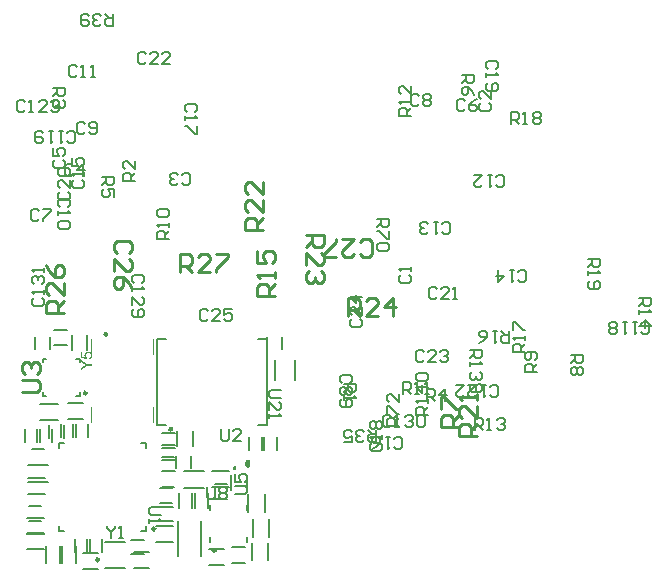
<source format=gto>
G04*
G04 #@! TF.GenerationSoftware,Altium Limited,Altium Designer,23.3.1 (30)*
G04*
G04 Layer_Color=65535*
%FSLAX44Y44*%
%MOMM*%
G71*
G04*
G04 #@! TF.SameCoordinates,837CF2E7-3A67-4F18-B0B9-64CBEB55FE63*
G04*
G04*
G04 #@! TF.FilePolarity,Positive*
G04*
G01*
G75*
%ADD10C,0.3810*%
%ADD11C,0.2500*%
%ADD12C,0.3048*%
%ADD13C,0.2540*%
%ADD14C,0.4064*%
%ADD15C,0.2000*%
%ADD16C,0.1000*%
%ADD17C,0.1524*%
G36*
X131728Y233915D02*
X131839Y233901D01*
X131964Y233887D01*
X132117Y233859D01*
X132269Y233832D01*
X132630Y233748D01*
X133004Y233610D01*
X133198Y233527D01*
X133379Y233416D01*
X133573Y233305D01*
X133753Y233166D01*
X133767Y233152D01*
X133809Y233124D01*
X133864Y233069D01*
X133933Y233000D01*
X134017Y232903D01*
X134128Y232792D01*
X134225Y232653D01*
X134336Y232500D01*
X134447Y232334D01*
X134544Y232140D01*
X134641Y231932D01*
X134738Y231710D01*
X134807Y231474D01*
X134863Y231211D01*
X134904Y230933D01*
X134918Y230642D01*
Y230517D01*
X134904Y230420D01*
X134890Y230309D01*
X134876Y230184D01*
X134863Y230032D01*
X134821Y229879D01*
X134738Y229533D01*
X134613Y229186D01*
X134530Y229006D01*
X134433Y228825D01*
X134322Y228659D01*
X134197Y228492D01*
X134183Y228479D01*
X134169Y228451D01*
X134114Y228423D01*
X134058Y228368D01*
X133989Y228298D01*
X133906Y228229D01*
X133795Y228146D01*
X133670Y228076D01*
X133545Y227993D01*
X133393Y227910D01*
X133060Y227757D01*
X132671Y227633D01*
X132463Y227591D01*
X132241Y227563D01*
X132144Y228797D01*
X132158D01*
X132186D01*
X132228Y228811D01*
X132297Y228825D01*
X132450Y228867D01*
X132657Y228922D01*
X132866Y229006D01*
X133101Y229116D01*
X133309Y229255D01*
X133504Y229422D01*
X133517Y229449D01*
X133573Y229505D01*
X133642Y229616D01*
X133725Y229768D01*
X133809Y229935D01*
X133878Y230143D01*
X133933Y230378D01*
X133947Y230642D01*
Y230725D01*
X133933Y230781D01*
X133920Y230947D01*
X133864Y231141D01*
X133795Y231377D01*
X133684Y231613D01*
X133517Y231862D01*
X133420Y231973D01*
X133309Y232084D01*
X133295Y232098D01*
X133282Y232112D01*
X133240Y232140D01*
X133198Y232181D01*
X133046Y232278D01*
X132852Y232389D01*
X132616Y232486D01*
X132325Y232584D01*
X131978Y232653D01*
X131798Y232681D01*
X131603D01*
X131590D01*
X131562D01*
X131507D01*
X131437Y232667D01*
X131354D01*
X131257Y232653D01*
X131035Y232611D01*
X130771Y232542D01*
X130508Y232445D01*
X130258Y232306D01*
X130022Y232112D01*
X130009D01*
X129995Y232084D01*
X129925Y232015D01*
X129828Y231890D01*
X129717Y231724D01*
X129620Y231502D01*
X129523Y231252D01*
X129454Y230961D01*
X129426Y230795D01*
Y230531D01*
X129440Y230420D01*
X129454Y230281D01*
X129495Y230115D01*
X129537Y229949D01*
X129607Y229768D01*
X129690Y229588D01*
X129704Y229574D01*
X129731Y229519D01*
X129801Y229435D01*
X129870Y229324D01*
X129967Y229214D01*
X130092Y229103D01*
X130217Y228978D01*
X130369Y228881D01*
X130217Y227771D01*
X125280Y228700D01*
Y233471D01*
X126403D01*
Y229630D01*
X128996Y229116D01*
X128982Y229130D01*
X128969Y229158D01*
X128941Y229200D01*
X128899Y229269D01*
X128858Y229352D01*
X128802Y229449D01*
X128691Y229671D01*
X128580Y229949D01*
X128483Y230254D01*
X128414Y230586D01*
X128386Y230753D01*
Y231058D01*
X128400Y231141D01*
X128414Y231252D01*
X128428Y231377D01*
X128455Y231516D01*
X128497Y231668D01*
X128594Y232001D01*
X128663Y232181D01*
X128760Y232362D01*
X128858Y232542D01*
X128969Y232722D01*
X129107Y232889D01*
X129260Y233055D01*
X129274Y233069D01*
X129301Y233097D01*
X129343Y233138D01*
X129412Y233194D01*
X129509Y233263D01*
X129607Y233332D01*
X129731Y233416D01*
X129870Y233499D01*
X130022Y233568D01*
X130189Y233651D01*
X130383Y233721D01*
X130577Y233790D01*
X130785Y233846D01*
X131021Y233887D01*
X131257Y233915D01*
X131507Y233929D01*
X131520D01*
X131562D01*
X131631D01*
X131728Y233915D01*
D02*
G37*
G36*
X130688Y223070D02*
X134752D01*
Y221794D01*
X130688D01*
X125155Y218091D01*
Y219630D01*
X128067Y221516D01*
X128081D01*
X128109Y221544D01*
X128150Y221572D01*
X128206Y221600D01*
X128275Y221655D01*
X128358Y221711D01*
X128566Y221835D01*
X128816Y221988D01*
X129093Y222155D01*
X129385Y222335D01*
X129690Y222501D01*
X129676D01*
X129648Y222515D01*
X129607Y222543D01*
X129551Y222584D01*
X129482Y222626D01*
X129398Y222682D01*
X129190Y222806D01*
X128941Y222959D01*
X128650Y223139D01*
X128331Y223347D01*
X127984Y223569D01*
X125155Y225414D01*
Y226898D01*
X130688Y223070D01*
D02*
G37*
G36*
X146686Y250524D02*
X146874Y250486D01*
X147100Y250411D01*
X147325Y250298D01*
X147551Y250148D01*
X147777Y249960D01*
X147814Y249922D01*
X147889Y249847D01*
X147965Y249734D01*
X148078Y249546D01*
X148303Y249132D01*
X148341Y248869D01*
X148378Y248568D01*
Y248530D01*
Y248417D01*
X148341Y248267D01*
X148303Y248079D01*
X148228Y247853D01*
X148115Y247627D01*
X147965Y247364D01*
X147777Y247138D01*
X147739Y247101D01*
X147664Y247063D01*
X147551Y246950D01*
X147363Y246875D01*
X146949Y246649D01*
X146686Y246612D01*
X146385Y246574D01*
X146234D01*
X146084Y246612D01*
X145896Y246649D01*
X145670Y246724D01*
X145444Y246800D01*
X145181Y246950D01*
X144955Y247138D01*
X144918Y247176D01*
X144880Y247251D01*
X144767Y247364D01*
X144692Y247552D01*
X144579Y247740D01*
X144466Y248004D01*
X144429Y248267D01*
X144391Y248568D01*
Y248605D01*
Y248718D01*
X144429Y248869D01*
X144466Y249057D01*
X144542Y249282D01*
X144617Y249508D01*
X144767Y249734D01*
X144955Y249960D01*
X144993Y249997D01*
X145068Y250072D01*
X145181Y250148D01*
X145369Y250261D01*
X145557Y250373D01*
X145821Y250486D01*
X146084Y250524D01*
X146385Y250561D01*
X146535D01*
X146686Y250524D01*
D02*
G37*
D10*
X201598Y168347D02*
G03*
X201598Y168347I-500J0D01*
G01*
D11*
X140640Y57664D02*
G03*
X140640Y57664I-1250J0D01*
G01*
X188260Y83880D02*
G03*
X188260Y83880I-1250J0D01*
G01*
X130282Y198811D02*
G03*
X130282Y198811I-1250J0D01*
G01*
D12*
X255530Y135320D02*
G03*
X255530Y135320I-500J0D01*
G01*
D13*
X239515Y65588D02*
G03*
X239515Y65588I-1270J0D01*
G01*
X289557Y280676D02*
X274322D01*
Y288294D01*
X276862Y290833D01*
X281940D01*
X284479Y288294D01*
Y280676D01*
Y285755D02*
X289557Y290833D01*
Y295911D02*
Y300990D01*
Y298450D01*
X274322D01*
X276862Y295911D01*
X274322Y318764D02*
Y308607D01*
X281940D01*
X279401Y313685D01*
Y316225D01*
X281940Y318764D01*
X287018D01*
X289557Y316225D01*
Y311146D01*
X287018Y308607D01*
X351797Y264163D02*
Y279398D01*
X359414D01*
X361953Y276858D01*
Y271780D01*
X359414Y269241D01*
X351797D01*
X356875D02*
X361953Y264163D01*
X377188D02*
X367032D01*
X377188Y274319D01*
Y276858D01*
X374649Y279398D01*
X369571D01*
X367032Y276858D01*
X389884Y264163D02*
Y279398D01*
X382267Y271780D01*
X392423D01*
X209557Y300993D02*
Y316227D01*
X217174D01*
X219713Y313688D01*
Y308610D01*
X217174Y306071D01*
X209557D01*
X214635D02*
X219713Y300993D01*
X234948D02*
X224792D01*
X234948Y311149D01*
Y313688D01*
X232409Y316227D01*
X227331D01*
X224792Y313688D01*
X240027Y316227D02*
X250183D01*
Y313688D01*
X240027Y303532D01*
Y300993D01*
X445768Y170184D02*
X430532D01*
Y177802D01*
X433072Y180341D01*
X438150D01*
X440689Y177802D01*
Y170184D01*
Y175263D02*
X445768Y180341D01*
X430532Y185419D02*
Y195576D01*
X433072D01*
X443228Y185419D01*
X445768D01*
X75421Y199764D02*
X88117D01*
X90656Y202303D01*
Y207382D01*
X88117Y209921D01*
X75421D01*
X77961Y214999D02*
X75421Y217538D01*
Y222617D01*
X77961Y225156D01*
X80500D01*
X83039Y222617D01*
Y220077D01*
Y222617D01*
X85578Y225156D01*
X88117D01*
X90656Y222617D01*
Y217538D01*
X88117Y214999D01*
X111433Y266476D02*
X96198D01*
Y274093D01*
X98737Y276633D01*
X103815D01*
X106355Y274093D01*
Y266476D01*
Y271554D02*
X111433Y276633D01*
Y291868D02*
Y281711D01*
X101276Y291868D01*
X98737D01*
X96198Y289329D01*
Y284250D01*
X98737Y281711D01*
X96198Y307103D02*
X98737Y302024D01*
X103815Y296946D01*
X108894D01*
X111433Y299485D01*
Y304564D01*
X108894Y307103D01*
X106355D01*
X103815Y304564D01*
Y296946D01*
X316232Y332733D02*
X331468D01*
Y325116D01*
X328928Y322577D01*
X323850D01*
X321311Y325116D01*
Y332733D01*
Y327655D02*
X316232Y322577D01*
Y307342D02*
Y317498D01*
X326389Y307342D01*
X328928D01*
X331468Y309881D01*
Y314959D01*
X328928Y317498D01*
Y302263D02*
X331468Y299724D01*
Y294646D01*
X328928Y292107D01*
X326389D01*
X323850Y294646D01*
Y297185D01*
Y294646D01*
X321311Y292107D01*
X318772D01*
X316232Y294646D01*
Y299724D01*
X318772Y302263D01*
X279398Y336557D02*
X264163D01*
Y344174D01*
X266702Y346713D01*
X271780D01*
X274319Y344174D01*
Y336557D01*
Y341635D02*
X279398Y346713D01*
Y361948D02*
Y351792D01*
X269241Y361948D01*
X266702D01*
X264163Y359409D01*
Y354331D01*
X266702Y351792D01*
X279398Y377183D02*
Y367027D01*
X269241Y377183D01*
X266702D01*
X264163Y374644D01*
Y369566D01*
X266702Y367027D01*
X461007Y162566D02*
X445773D01*
Y170183D01*
X448312Y172722D01*
X453390D01*
X455929Y170183D01*
Y162566D01*
Y167644D02*
X461007Y172722D01*
Y187958D02*
Y177801D01*
X450851Y187958D01*
X448312D01*
X445773Y185418D01*
Y180340D01*
X448312Y177801D01*
X461007Y193036D02*
Y198114D01*
Y195575D01*
X445773D01*
X448312Y193036D01*
X361947Y316232D02*
X364486Y313692D01*
X369564D01*
X372103Y316232D01*
Y326388D01*
X369564Y328927D01*
X364486D01*
X361947Y326388D01*
X346712Y328927D02*
X356868D01*
X346712Y318771D01*
Y316232D01*
X349251Y313692D01*
X354329D01*
X356868Y316232D01*
X341633Y313692D02*
X331477D01*
Y316232D01*
X341633Y326388D01*
Y328927D01*
X166368Y317497D02*
X168908Y320036D01*
Y325114D01*
X166368Y327653D01*
X156212D01*
X153673Y325114D01*
Y320036D01*
X156212Y317497D01*
X153673Y302262D02*
Y312418D01*
X163829Y302262D01*
X166368D01*
X168908Y304801D01*
Y309879D01*
X166368Y312418D01*
X168908Y287027D02*
X166368Y292105D01*
X161290Y297183D01*
X156212D01*
X153673Y294644D01*
Y289566D01*
X156212Y287027D01*
X158751D01*
X161290Y289566D01*
Y297183D01*
D14*
X266871Y140391D02*
G03*
X266871Y137609I623J-1391D01*
G01*
D15*
X291293Y150775D02*
Y161275D01*
X278793Y150775D02*
Y161275D01*
X282720Y171780D02*
Y244780D01*
X189720Y171780D02*
Y244780D01*
X275220D02*
X282720D01*
X189720D02*
X197220D01*
X275220Y171780D02*
X282720D01*
X189720D02*
X197220D01*
X218685Y135366D02*
Y145866D01*
X206185Y135366D02*
Y145866D01*
X145640Y50414D02*
X162640D01*
X145640Y72414D02*
X162640D01*
X79400Y80176D02*
X94125D01*
X79400Y66452D02*
X94125D01*
X220435Y153973D02*
Y166698D01*
X206935Y153973D02*
Y166698D01*
X188539Y86666D02*
X203264D01*
X188539Y72942D02*
X203264D01*
X90979Y189424D02*
X105703D01*
X90979Y175699D02*
X105703D01*
X194140Y154840D02*
X204640D01*
X194140Y142340D02*
X204640D01*
X192257Y118324D02*
X202757D01*
X192257Y105824D02*
X202757D01*
X252218Y116825D02*
Y129550D01*
X265718Y116825D02*
Y129550D01*
X236404Y132967D02*
X251128D01*
X236404Y119242D02*
X251128D01*
X121415Y161834D02*
Y172334D01*
X108915Y161834D02*
Y172334D01*
X131422Y161834D02*
Y172334D01*
X118922Y161834D02*
Y172334D01*
X280810Y98301D02*
Y113026D01*
X267085Y98301D02*
Y113026D01*
X233668Y66440D02*
X246392D01*
X233668Y52940D02*
X246392D01*
X127237Y63445D02*
X139962D01*
X127237Y49945D02*
X139962D01*
X96008Y54868D02*
Y69592D01*
X109732Y54868D02*
Y69592D01*
X117407Y235481D02*
Y248206D01*
X130907Y235481D02*
Y248206D01*
X219570Y101170D02*
Y113895D01*
X233070Y101170D02*
Y113895D01*
X120750Y64600D02*
Y75100D01*
X133250Y64600D02*
Y75100D01*
X168181Y62256D02*
X178681D01*
X168181Y74756D02*
X178681D01*
X130910Y64600D02*
Y75100D01*
X143410Y64600D02*
Y75100D01*
X170193Y50325D02*
X182917D01*
X170193Y63825D02*
X182917D01*
X265800Y99970D02*
Y104220D01*
Y72720D02*
Y76970D01*
X234300Y99970D02*
Y104220D01*
Y72720D02*
Y76970D01*
X253690Y68550D02*
X264190D01*
X253637Y54993D02*
X264137D01*
X238850Y121402D02*
X249350D01*
X238850Y108902D02*
X249350D01*
X208140Y101170D02*
Y113895D01*
X221640Y101170D02*
Y113895D01*
X226991Y61222D02*
Y90343D01*
X207869Y61222D02*
Y90343D01*
X192785Y102761D02*
X203285D01*
X192785Y90261D02*
X203285D01*
X194091Y145021D02*
X204591D01*
X194091Y132521D02*
X204591D01*
X194060Y118980D02*
X204560D01*
X194113Y132537D02*
X204613D01*
X194330Y165000D02*
X204830D01*
X194330Y152500D02*
X204830D01*
X212618Y118368D02*
X229342D01*
X212618Y133092D02*
X229342D01*
X80620Y127087D02*
X95345D01*
X80620Y113363D02*
X95345D01*
X176260Y156380D02*
X180510D01*
Y152130D02*
Y156380D01*
X106510D02*
X110760D01*
X106510Y152130D02*
Y156380D01*
Y82380D02*
Y86630D01*
Y82380D02*
X110760D01*
X176260D02*
X180510D01*
Y86630D01*
X271241Y77048D02*
Y91773D01*
X284966Y77048D02*
Y91773D01*
X124232Y196705D02*
Y199455D01*
Y224955D02*
Y227705D01*
X93232D02*
X95982D01*
X121482D02*
X124232D01*
X93232Y196705D02*
Y199455D01*
Y224955D02*
Y227705D01*
Y196705D02*
X95982D01*
X121482D02*
X124232D01*
X102893Y239580D02*
X113393D01*
X102893Y252080D02*
X113393D01*
X86460Y236050D02*
Y246550D01*
X98960Y236050D02*
Y246550D01*
X283722Y57408D02*
Y72132D01*
X269998Y57408D02*
Y72132D01*
X114025Y176909D02*
X126750D01*
X114025Y190409D02*
X126750D01*
X79579Y92945D02*
X94304D01*
X79579Y79220D02*
X94304D01*
X289719Y209694D02*
Y226694D01*
X306519Y209594D02*
Y226594D01*
X295773Y235749D02*
Y246249D01*
X283273Y235749D02*
Y246249D01*
X280570Y150770D02*
Y161270D01*
X268070Y150770D02*
Y161270D01*
X83703Y151587D02*
X94203D01*
X83650Y138030D02*
X94150D01*
X121162Y54868D02*
Y69592D01*
X107438Y54868D02*
Y69592D01*
X80538Y123448D02*
X97262D01*
X80538Y138172D02*
X97262D01*
X81081Y90462D02*
X91581D01*
X81081Y102962D02*
X91581D01*
X77973Y157534D02*
Y168034D01*
X90473Y157534D02*
Y168034D01*
X88058Y157534D02*
Y168034D01*
X100558Y157534D02*
Y168034D01*
X98392Y161145D02*
Y171645D01*
X110892Y161145D02*
Y171645D01*
D16*
X134020Y174550D02*
Y187050D01*
X186020Y174550D02*
Y187050D01*
Y232050D02*
Y244550D01*
X134020Y232050D02*
Y244550D01*
D17*
X180052Y485801D02*
X178359Y487494D01*
X174974D01*
X173281Y485801D01*
Y479030D01*
X174974Y477337D01*
X178359D01*
X180052Y479030D01*
X190209Y477337D02*
X183438D01*
X190209Y484108D01*
Y485801D01*
X188516Y487494D01*
X185131D01*
X183438Y485801D01*
X200366Y477337D02*
X193594D01*
X200366Y484108D01*
Y485801D01*
X198673Y487494D01*
X195287D01*
X193594Y485801D01*
X501084Y233484D02*
X490927D01*
Y238562D01*
X492620Y240255D01*
X496005D01*
X497698Y238562D01*
Y233484D01*
Y236870D02*
X501084Y240255D01*
Y243641D02*
Y247026D01*
Y245333D01*
X490927D01*
X492620Y243641D01*
X490927Y252105D02*
Y258876D01*
X492620D01*
X499391Y252105D01*
X501084D01*
X489544Y426249D02*
Y436406D01*
X494622D01*
X496315Y434713D01*
Y431328D01*
X494622Y429635D01*
X489544D01*
X492929D02*
X496315Y426249D01*
X499701D02*
X503086D01*
X501393D01*
Y436406D01*
X499701Y434713D01*
X508165D02*
X509857Y436406D01*
X513243D01*
X514936Y434713D01*
Y433020D01*
X513243Y431328D01*
X514936Y429635D01*
Y427942D01*
X513243Y426249D01*
X509857D01*
X508165Y427942D01*
Y429635D01*
X509857Y431328D01*
X508165Y433020D01*
Y434713D01*
X509857Y431328D02*
X513243D01*
X294638Y201080D02*
X286174D01*
X284482Y199387D01*
Y196001D01*
X286174Y194308D01*
X294638D01*
X284482Y184152D02*
Y190923D01*
X291253Y184152D01*
X292946D01*
X294638Y185844D01*
Y189230D01*
X292946Y190923D01*
X284482Y180766D02*
Y177381D01*
Y179073D01*
X294638D01*
X292946Y180766D01*
X426722Y286596D02*
X425029Y288288D01*
X421643D01*
X419950Y286596D01*
Y279824D01*
X421643Y278132D01*
X425029D01*
X426722Y279824D01*
X436878Y278132D02*
X430107D01*
X436878Y284903D01*
Y286596D01*
X435186Y288288D01*
X431800D01*
X430107Y286596D01*
X440264Y278132D02*
X443649D01*
X441957D01*
Y288288D01*
X440264Y286596D01*
X147731Y86383D02*
Y84690D01*
X151117Y81304D01*
X154502Y84690D01*
Y86383D01*
X151117Y81304D02*
Y76226D01*
X157888D02*
X161274D01*
X159581D01*
Y86383D01*
X157888Y84690D01*
X347982Y206161D02*
X358138D01*
Y201083D01*
X356446Y199390D01*
X353060D01*
X351367Y201083D01*
Y206161D01*
Y202776D02*
X347982Y199390D01*
Y196004D02*
Y192619D01*
Y194312D01*
X358138D01*
X356446Y196004D01*
X375492Y167638D02*
Y157482D01*
X370414D01*
X368721Y159174D01*
Y162560D01*
X370414Y164253D01*
X375492D01*
X372107D02*
X368721Y167638D01*
X365336Y159174D02*
X363643Y157482D01*
X360257D01*
X358564Y159174D01*
Y160867D01*
X360257Y162560D01*
X361950D01*
X360257D01*
X358564Y164253D01*
Y165946D01*
X360257Y167638D01*
X363643D01*
X365336Y165946D01*
X348408Y157482D02*
X355179D01*
Y162560D01*
X351793Y160867D01*
X350100D01*
X348408Y162560D01*
Y165946D01*
X350100Y167638D01*
X353486D01*
X355179Y165946D01*
X244167Y168311D02*
Y159847D01*
X245860Y158155D01*
X249245D01*
X250938Y159847D01*
Y168311D01*
X261095Y158155D02*
X254324D01*
X261095Y164926D01*
Y166619D01*
X259402Y168311D01*
X256017D01*
X254324Y166619D01*
X419098Y180346D02*
X408942D01*
Y185424D01*
X410634Y187117D01*
X414020D01*
X415713Y185424D01*
Y180346D01*
Y183731D02*
X419098Y187117D01*
Y190502D02*
Y193888D01*
Y192195D01*
X408942D01*
X410634Y190502D01*
X419098Y204045D02*
X408942D01*
X414020Y198966D01*
Y205738D01*
X410634Y209123D02*
X408942Y210816D01*
Y214202D01*
X410634Y215894D01*
X417406D01*
X419098Y214202D01*
Y210816D01*
X417406Y209123D01*
X410634D01*
X454662Y234944D02*
X464818D01*
Y229866D01*
X463126Y228173D01*
X459740D01*
X458047Y229866D01*
Y234944D01*
Y231559D02*
X454662Y228173D01*
Y224788D02*
Y221402D01*
Y223095D01*
X464818D01*
X463126Y224788D01*
Y216324D02*
X464818Y214631D01*
Y211245D01*
X463126Y209552D01*
X461433D01*
X459740Y211245D01*
Y212938D01*
Y211245D01*
X458047Y209552D01*
X456354D01*
X454662Y211245D01*
Y214631D01*
X456354Y216324D01*
Y206167D02*
X454662Y204474D01*
Y201089D01*
X456354Y199396D01*
X463126D01*
X464818Y201089D01*
Y204474D01*
X463126Y206167D01*
X461433D01*
X459740Y204474D01*
Y199396D01*
X397937Y198122D02*
Y208278D01*
X403015D01*
X404708Y206586D01*
Y203200D01*
X403015Y201507D01*
X397937D01*
X401323D02*
X404708Y198122D01*
X408094D02*
X411479D01*
X409786D01*
Y208278D01*
X408094Y206586D01*
X416558Y198122D02*
X419943D01*
X418250D01*
Y208278D01*
X416558Y206586D01*
X375922Y346282D02*
X386078D01*
Y341204D01*
X384386Y339511D01*
X381000D01*
X379307Y341204D01*
Y346282D01*
Y342897D02*
X375922Y339511D01*
X386078Y336125D02*
Y329354D01*
X384386D01*
X377614Y336125D01*
X375922D01*
X384386Y325969D02*
X386078Y324276D01*
Y320891D01*
X384386Y319198D01*
X377614D01*
X375922Y320891D01*
Y324276D01*
X377614Y325969D01*
X384386D01*
X232956Y268089D02*
X231263Y269782D01*
X227878D01*
X226185Y268089D01*
Y261318D01*
X227878Y259625D01*
X231263D01*
X232956Y261318D01*
X243113Y259625D02*
X236342D01*
X243113Y266396D01*
Y268089D01*
X241420Y269782D01*
X238034D01*
X236342Y268089D01*
X253269Y269782D02*
X246498D01*
Y264704D01*
X249884Y266396D01*
X251577D01*
X253269Y264704D01*
Y261318D01*
X251577Y259625D01*
X248191D01*
X246498Y261318D01*
X354754Y261199D02*
X353062Y259506D01*
Y256120D01*
X354754Y254428D01*
X361525D01*
X363218Y256120D01*
Y259506D01*
X361525Y261199D01*
X363218Y271356D02*
Y264585D01*
X356447Y271356D01*
X354754D01*
X353062Y269663D01*
Y266277D01*
X354754Y264585D01*
X363218Y279820D02*
X353062D01*
X358140Y274741D01*
Y281512D01*
X554992Y312206D02*
X565148D01*
Y307127D01*
X563456Y305435D01*
X560070D01*
X558377Y307127D01*
Y312206D01*
Y308820D02*
X554992Y305435D01*
Y302049D02*
Y298664D01*
Y300356D01*
X565148D01*
X563456Y302049D01*
X556684Y293585D02*
X554992Y291892D01*
Y288507D01*
X556684Y286814D01*
X563456D01*
X565148Y288507D01*
Y291892D01*
X563456Y293585D01*
X561763D01*
X560070Y291892D01*
Y286814D01*
X598097Y279561D02*
X608254D01*
Y274482D01*
X606562Y272789D01*
X603176D01*
X601483Y274482D01*
Y279561D01*
Y276175D02*
X598097Y272789D01*
Y269404D02*
Y266018D01*
Y267711D01*
X608254D01*
X606562Y269404D01*
X598097Y255861D02*
X608254D01*
X603176Y260940D01*
Y254169D01*
X101440Y457027D02*
X111596D01*
Y451949D01*
X109903Y450256D01*
X106518D01*
X104825Y451949D01*
Y457027D01*
Y453642D02*
X101440Y450256D01*
X109903Y446870D02*
X111596Y445178D01*
Y441792D01*
X109903Y440099D01*
X108211D01*
X106518Y441792D01*
Y443485D01*
Y441792D01*
X104825Y440099D01*
X103132D01*
X101440Y441792D01*
Y445178D01*
X103132Y446870D01*
X231836Y119531D02*
Y111067D01*
X233529Y109374D01*
X236914D01*
X238607Y111067D01*
Y119531D01*
X241993Y117838D02*
X243686Y119531D01*
X247071D01*
X248764Y117838D01*
Y116145D01*
X247071Y114452D01*
X248764Y112760D01*
Y111067D01*
X247071Y109374D01*
X243686D01*
X241993Y111067D01*
Y112760D01*
X243686Y114452D01*
X241993Y116145D01*
Y117838D01*
X243686Y114452D02*
X247071D01*
X255958Y113168D02*
X264422D01*
X266115Y114861D01*
Y118247D01*
X264422Y119939D01*
X255958D01*
Y130096D02*
Y123325D01*
X261037D01*
X259344Y126711D01*
Y128403D01*
X261037Y130096D01*
X264422D01*
X266115Y128403D01*
Y125018D01*
X264422Y123325D01*
X192998Y101981D02*
X184534D01*
X182842Y100288D01*
Y96903D01*
X184534Y95210D01*
X192998D01*
X182842Y91824D02*
Y88439D01*
Y90132D01*
X192998D01*
X191306Y91824D01*
X394968Y170608D02*
X384812D01*
Y175686D01*
X386504Y177379D01*
X389890D01*
X391583Y175686D01*
Y170608D01*
Y173993D02*
X394968Y177379D01*
X384812Y180764D02*
Y187536D01*
X386504D01*
X393276Y180764D01*
X394968D01*
Y197692D02*
Y190921D01*
X388197Y197692D01*
X386504D01*
X384812Y196000D01*
Y192614D01*
X386504Y190921D01*
X152551Y519575D02*
Y509419D01*
X147473D01*
X145780Y511111D01*
Y514497D01*
X147473Y516190D01*
X152551D01*
X149166D02*
X145780Y519575D01*
X142395Y511111D02*
X140702Y509419D01*
X137316D01*
X135624Y511111D01*
Y512804D01*
X137316Y514497D01*
X139009D01*
X137316D01*
X135624Y516190D01*
Y517883D01*
X137316Y519575D01*
X140702D01*
X142395Y517883D01*
X132238D02*
X130545Y519575D01*
X127160D01*
X125467Y517883D01*
Y511111D01*
X127160Y509419D01*
X130545D01*
X132238Y511111D01*
Y512804D01*
X130545Y514497D01*
X125467D01*
X487759Y251460D02*
Y241303D01*
X482681D01*
X480988Y242996D01*
Y246381D01*
X482681Y248074D01*
X487759D01*
X484374D02*
X480988Y251460D01*
X477602D02*
X474217D01*
X475910D01*
Y241303D01*
X477602Y242996D01*
X462367Y241303D02*
X465753Y242996D01*
X469138Y246381D01*
Y249767D01*
X467446Y251460D01*
X464060D01*
X462367Y249767D01*
Y248074D01*
X464060Y246381D01*
X469138D01*
X459207Y167855D02*
Y178012D01*
X464285D01*
X465978Y176319D01*
Y172934D01*
X464285Y171241D01*
X459207D01*
X462593D02*
X465978Y167855D01*
X469364D02*
X472749D01*
X471057D01*
Y178012D01*
X469364Y176319D01*
X477828D02*
X479520Y178012D01*
X482906D01*
X484599Y176319D01*
Y174627D01*
X482906Y172934D01*
X481213D01*
X482906D01*
X484599Y171241D01*
Y169548D01*
X482906Y167855D01*
X479520D01*
X477828Y169548D01*
X405128Y433074D02*
X394972D01*
Y438153D01*
X396664Y439845D01*
X400050D01*
X401743Y438153D01*
Y433074D01*
Y436460D02*
X405128Y439845D01*
Y443231D02*
Y446616D01*
Y444924D01*
X394972D01*
X396664Y443231D01*
X405128Y458466D02*
Y451695D01*
X398357Y458466D01*
X396664D01*
X394972Y456773D01*
Y453388D01*
X396664Y451695D01*
X200151Y328934D02*
X189995D01*
Y334012D01*
X191687Y335705D01*
X195073D01*
X196766Y334012D01*
Y328934D01*
Y332320D02*
X200151Y335705D01*
Y339091D02*
Y342476D01*
Y340784D01*
X189995D01*
X191687Y339091D01*
Y347555D02*
X189995Y349248D01*
Y352633D01*
X191687Y354326D01*
X198458D01*
X200151Y352633D01*
Y349248D01*
X198458Y347555D01*
X191687D01*
X511808Y216326D02*
X501652D01*
Y221404D01*
X503344Y223097D01*
X506730D01*
X508423Y221404D01*
Y216326D01*
Y219712D02*
X511808Y223097D01*
X510116Y226483D02*
X511808Y228176D01*
Y231561D01*
X510116Y233254D01*
X503344D01*
X501652Y231561D01*
Y228176D01*
X503344Y226483D01*
X505037D01*
X506730Y228176D01*
Y233254D01*
X540198Y231447D02*
X550355D01*
Y226369D01*
X548662Y224676D01*
X545276D01*
X543584Y226369D01*
Y231447D01*
Y228062D02*
X540198Y224676D01*
X548662Y221291D02*
X550355Y219598D01*
Y216212D01*
X548662Y214520D01*
X546969D01*
X545276Y216212D01*
X543584Y214520D01*
X541891D01*
X540198Y216212D01*
Y219598D01*
X541891Y221291D01*
X543584D01*
X545276Y219598D01*
X546969Y221291D01*
X548662D01*
X545276Y219598D02*
Y216212D01*
X448312Y468204D02*
X458468D01*
Y463126D01*
X456776Y461433D01*
X453390D01*
X451697Y463126D01*
Y468204D01*
Y464818D02*
X448312Y461433D01*
X458468Y451276D02*
X456776Y454662D01*
X453390Y458047D01*
X450004D01*
X448312Y456354D01*
Y452969D01*
X450004Y451276D01*
X451697D01*
X453390Y452969D01*
Y458047D01*
X143512Y381844D02*
X153668D01*
Y376766D01*
X151976Y375073D01*
X148590D01*
X146897Y376766D01*
Y381844D01*
Y378458D02*
X143512Y375073D01*
X153668Y364916D02*
Y371687D01*
X148590D01*
X150283Y368302D01*
Y366609D01*
X148590Y364916D01*
X145204D01*
X143512Y366609D01*
Y369994D01*
X145204Y371687D01*
X418256Y191772D02*
Y201928D01*
X423334D01*
X425027Y200236D01*
Y196850D01*
X423334Y195157D01*
X418256D01*
X421642D02*
X425027Y191772D01*
X433491D02*
Y201928D01*
X428413Y196850D01*
X435184D01*
X170760Y378609D02*
X160603D01*
Y383687D01*
X162296Y385380D01*
X165681D01*
X167374Y383687D01*
Y378609D01*
Y381994D02*
X170760Y385380D01*
Y395536D02*
Y388765D01*
X163989Y395536D01*
X162296D01*
X160603Y393844D01*
Y390458D01*
X162296Y388765D01*
X85254Y279397D02*
X83562Y277705D01*
Y274319D01*
X85254Y272626D01*
X92026D01*
X93718Y274319D01*
Y277705D01*
X92026Y279397D01*
X93718Y282783D02*
Y286168D01*
Y284476D01*
X83562D01*
X85254Y282783D01*
Y291247D02*
X83562Y292940D01*
Y296325D01*
X85254Y298018D01*
X86947D01*
X88640Y296325D01*
Y294632D01*
Y296325D01*
X90333Y298018D01*
X92026D01*
X93718Y296325D01*
Y292940D01*
X92026Y291247D01*
X93718Y301404D02*
Y304789D01*
Y303096D01*
X83562D01*
X85254Y301404D01*
X387789Y178408D02*
X386096Y180101D01*
X382710D01*
X381017Y178408D01*
Y171637D01*
X382710Y169944D01*
X386096D01*
X387789Y171637D01*
X391174Y169944D02*
X394560D01*
X392867D01*
Y180101D01*
X391174Y178408D01*
X399638D02*
X401331Y180101D01*
X404716D01*
X406409Y178408D01*
Y176716D01*
X404716Y175023D01*
X403024D01*
X404716D01*
X406409Y173330D01*
Y171637D01*
X404716Y169944D01*
X401331D01*
X399638Y171637D01*
X409795Y178408D02*
X411488Y180101D01*
X414873D01*
X416566Y178408D01*
Y171637D01*
X414873Y169944D01*
X411488D01*
X409795Y171637D01*
Y178408D01*
X177376Y291673D02*
X179068Y293366D01*
Y296751D01*
X177376Y298444D01*
X170604D01*
X168912Y296751D01*
Y293366D01*
X170604Y291673D01*
X168912Y288288D02*
Y284902D01*
Y286595D01*
X179068D01*
X177376Y288288D01*
X168912Y273052D02*
Y279824D01*
X175683Y273052D01*
X177376D01*
X179068Y274745D01*
Y278131D01*
X177376Y279824D01*
X170604Y269667D02*
X168912Y267974D01*
Y264589D01*
X170604Y262896D01*
X177376D01*
X179068Y264589D01*
Y267974D01*
X177376Y269667D01*
X175683D01*
X173990Y267974D01*
Y262896D01*
X77860Y444855D02*
X76167Y446548D01*
X72781D01*
X71088Y444855D01*
Y438084D01*
X72781Y436391D01*
X76167D01*
X77860Y438084D01*
X81245Y436391D02*
X84631D01*
X82938D01*
Y446548D01*
X81245Y444855D01*
X96480Y436391D02*
X89709D01*
X96480Y443162D01*
Y444855D01*
X94787Y446548D01*
X91402D01*
X89709Y444855D01*
X99866D02*
X101559Y446548D01*
X104944D01*
X106637Y444855D01*
Y443162D01*
X104944Y441469D01*
X103251D01*
X104944D01*
X106637Y439777D01*
Y438084D01*
X104944Y436391D01*
X101559D01*
X99866Y438084D01*
X472013Y197274D02*
X473706Y195582D01*
X477091D01*
X478784Y197274D01*
Y204046D01*
X477091Y205738D01*
X473706D01*
X472013Y204046D01*
X468628Y205738D02*
X465242D01*
X466935D01*
Y195582D01*
X468628Y197274D01*
X453392Y205738D02*
X460164D01*
X453392Y198967D01*
Y197274D01*
X455085Y195582D01*
X458471D01*
X460164Y197274D01*
X443236Y205738D02*
X450007D01*
X443236Y198967D01*
Y197274D01*
X444929Y195582D01*
X448314D01*
X450007Y197274D01*
X113561Y412051D02*
X115254Y410358D01*
X118640D01*
X120333Y412051D01*
Y418822D01*
X118640Y420515D01*
X115254D01*
X113561Y418822D01*
X110176Y420515D02*
X106790D01*
X108483D01*
Y410358D01*
X110176Y412051D01*
X101712Y420515D02*
X98326D01*
X100019D01*
Y410358D01*
X101712Y412051D01*
X93248Y418822D02*
X91555Y420515D01*
X88170D01*
X86477Y418822D01*
Y412051D01*
X88170Y410358D01*
X91555D01*
X93248Y412051D01*
Y413744D01*
X91555Y415437D01*
X86477D01*
X599697Y250197D02*
X601389Y248504D01*
X604775D01*
X606468Y250197D01*
Y256968D01*
X604775Y258661D01*
X601389D01*
X599697Y256968D01*
X596311Y258661D02*
X592925D01*
X594618D01*
Y248504D01*
X596311Y250197D01*
X587847Y258661D02*
X584462D01*
X586154D01*
Y248504D01*
X587847Y250197D01*
X579383D02*
X577690Y248504D01*
X574305D01*
X572612Y250197D01*
Y251889D01*
X574305Y253582D01*
X572612Y255275D01*
Y256968D01*
X574305Y258661D01*
X577690D01*
X579383Y256968D01*
Y255275D01*
X577690Y253582D01*
X579383Y251889D01*
Y250197D01*
X577690Y253582D02*
X574305D01*
X353517Y207181D02*
X355210Y208874D01*
Y212260D01*
X353517Y213953D01*
X346746D01*
X345053Y212260D01*
Y208874D01*
X346746Y207181D01*
X353517Y203796D02*
X355210Y202103D01*
Y198717D01*
X353517Y197025D01*
X351824D01*
X350132Y198717D01*
X348439Y197025D01*
X346746D01*
X345053Y198717D01*
Y202103D01*
X346746Y203796D01*
X348439D01*
X350132Y202103D01*
X351824Y203796D01*
X353517D01*
X350132Y202103D02*
Y198717D01*
X346746Y193639D02*
X345053Y191946D01*
Y188561D01*
X346746Y186868D01*
X353517D01*
X355210Y188561D01*
Y191946D01*
X353517Y193639D01*
X351824D01*
X350132Y191946D01*
Y186868D01*
X415804Y233670D02*
X414112Y235363D01*
X410726D01*
X409033Y233670D01*
Y226899D01*
X410726Y225206D01*
X414112D01*
X415804Y226899D01*
X425961Y225206D02*
X419190D01*
X425961Y231977D01*
Y233670D01*
X424268Y235363D01*
X420883D01*
X419190Y233670D01*
X429347D02*
X431040Y235363D01*
X434425D01*
X436118Y233670D01*
Y231977D01*
X434425Y230285D01*
X432732D01*
X434425D01*
X436118Y228592D01*
Y226899D01*
X434425Y225206D01*
X431040D01*
X429347Y226899D01*
X107354Y368687D02*
X105661Y366994D01*
Y363609D01*
X107354Y361916D01*
X114125D01*
X115818Y363609D01*
Y366994D01*
X114125Y368687D01*
X115818Y378844D02*
Y372073D01*
X109046Y378844D01*
X107354D01*
X105661Y377151D01*
Y373765D01*
X107354Y372073D01*
Y382229D02*
X105661Y383922D01*
Y387308D01*
X107354Y389000D01*
X114125D01*
X115818Y387308D01*
Y383922D01*
X114125Y382229D01*
X107354D01*
X477121Y473210D02*
X478814Y474903D01*
Y478289D01*
X477121Y479981D01*
X470350D01*
X468657Y478289D01*
Y474903D01*
X470350Y473210D01*
X468657Y469825D02*
Y466439D01*
Y468132D01*
X478814D01*
X477121Y469825D01*
X470350Y461361D02*
X468657Y459668D01*
Y456282D01*
X470350Y454590D01*
X477121D01*
X478814Y456282D01*
Y459668D01*
X477121Y461361D01*
X475428D01*
X473735Y459668D01*
Y454590D01*
X371982Y156647D02*
X370290Y154954D01*
Y151569D01*
X371982Y149876D01*
X378754D01*
X380447Y151569D01*
Y154954D01*
X378754Y156647D01*
X380447Y160033D02*
Y163418D01*
Y161726D01*
X370290D01*
X371982Y160033D01*
Y168497D02*
X370290Y170189D01*
Y173575D01*
X371982Y175268D01*
X373675D01*
X375368Y173575D01*
X377061Y175268D01*
X378754D01*
X380447Y173575D01*
Y170189D01*
X378754Y168497D01*
X377061D01*
X375368Y170189D01*
X373675Y168497D01*
X371982D01*
X375368Y170189D02*
Y173575D01*
X221826Y436455D02*
X223518Y438148D01*
Y441533D01*
X221826Y443226D01*
X215054D01*
X213362Y441533D01*
Y438148D01*
X215054Y436455D01*
X213362Y433069D02*
Y429684D01*
Y431376D01*
X223518D01*
X221826Y433069D01*
X223518Y424605D02*
Y417834D01*
X221826D01*
X215054Y424605D01*
X213362D01*
X390735Y152824D02*
X392427Y151132D01*
X395813D01*
X397506Y152824D01*
Y159596D01*
X395813Y161288D01*
X392427D01*
X390735Y159596D01*
X387349Y161288D02*
X383964D01*
X385656D01*
Y151132D01*
X387349Y152824D01*
X372114Y151132D02*
X375500Y152824D01*
X378885Y156210D01*
Y159596D01*
X377192Y161288D01*
X373807D01*
X372114Y159596D01*
Y157903D01*
X373807Y156210D01*
X378885D01*
X119217Y378885D02*
X117524Y377192D01*
Y373807D01*
X119217Y372114D01*
X125988D01*
X127681Y373807D01*
Y377192D01*
X125988Y378885D01*
X127681Y382271D02*
Y385656D01*
Y383964D01*
X117524D01*
X119217Y382271D01*
X117524Y397506D02*
Y390735D01*
X122603D01*
X120910Y394120D01*
Y395813D01*
X122603Y397506D01*
X125988D01*
X127681Y395813D01*
Y392428D01*
X125988Y390735D01*
X495112Y294256D02*
X496805Y292563D01*
X500190D01*
X501883Y294256D01*
Y301027D01*
X500190Y302720D01*
X496805D01*
X495112Y301027D01*
X491726Y302720D02*
X488341D01*
X490033D01*
Y292563D01*
X491726Y294256D01*
X478184Y302720D02*
Y292563D01*
X483262Y297641D01*
X476491D01*
X430969Y334938D02*
X432662Y333245D01*
X436048D01*
X437741Y334938D01*
Y341709D01*
X436048Y343402D01*
X432662D01*
X430969Y341709D01*
X427584Y343402D02*
X424198D01*
X425891D01*
Y333245D01*
X427584Y334938D01*
X419120D02*
X417427Y333245D01*
X414041D01*
X412349Y334938D01*
Y336631D01*
X414041Y338324D01*
X415734D01*
X414041D01*
X412349Y340016D01*
Y341709D01*
X414041Y343402D01*
X417427D01*
X419120Y341709D01*
X476839Y374909D02*
X478532Y373216D01*
X481918D01*
X483610Y374909D01*
Y381680D01*
X481918Y383373D01*
X478532D01*
X476839Y381680D01*
X473454Y383373D02*
X470068D01*
X471761D01*
Y373216D01*
X473454Y374909D01*
X458219Y383373D02*
X464990D01*
X458219Y376602D01*
Y374909D01*
X459911Y373216D01*
X463297D01*
X464990Y374909D01*
X122451Y474556D02*
X120758Y476248D01*
X117373D01*
X115680Y474556D01*
Y467784D01*
X117373Y466092D01*
X120758D01*
X122451Y467784D01*
X125836Y466092D02*
X129222D01*
X127529D01*
Y476248D01*
X125836Y474556D01*
X134300Y466092D02*
X137686D01*
X135993D01*
Y476248D01*
X134300Y474556D01*
X114638Y356445D02*
X116331Y358138D01*
Y361523D01*
X114638Y363216D01*
X107867D01*
X106174Y361523D01*
Y358138D01*
X107867Y356445D01*
X106174Y353059D02*
Y349674D01*
Y351366D01*
X116331D01*
X114638Y353059D01*
Y344595D02*
X116331Y342902D01*
Y339517D01*
X114638Y337824D01*
X107867D01*
X106174Y339517D01*
Y342902D01*
X107867Y344595D01*
X114638D01*
X128561Y426637D02*
X126869Y428330D01*
X123483D01*
X121790Y426637D01*
Y419866D01*
X123483Y418173D01*
X126869D01*
X128561Y419866D01*
X131947D02*
X133640Y418173D01*
X137025D01*
X138718Y419866D01*
Y426637D01*
X137025Y428330D01*
X133640D01*
X131947Y426637D01*
Y424944D01*
X133640Y423251D01*
X138718D01*
X411655Y450052D02*
X409962Y451744D01*
X406576D01*
X404883Y450052D01*
Y443280D01*
X406576Y441588D01*
X409962D01*
X411655Y443280D01*
X415040Y450052D02*
X416733Y451744D01*
X420119D01*
X421811Y450052D01*
Y448359D01*
X420119Y446666D01*
X421811Y444973D01*
Y443280D01*
X420119Y441588D01*
X416733D01*
X415040Y443280D01*
Y444973D01*
X416733Y446666D01*
X415040Y448359D01*
Y450052D01*
X416733Y446666D02*
X420119D01*
X89897Y352950D02*
X88205Y354643D01*
X84819D01*
X83126Y352950D01*
Y346179D01*
X84819Y344486D01*
X88205D01*
X89897Y346179D01*
X93283Y354643D02*
X100054D01*
Y352950D01*
X93283Y346179D01*
Y344486D01*
X450892Y446235D02*
X449199Y447928D01*
X445813D01*
X444120Y446235D01*
Y439464D01*
X445813Y437771D01*
X449199D01*
X450892Y439464D01*
X461048Y447928D02*
X457663Y446235D01*
X454277Y442849D01*
Y439464D01*
X455970Y437771D01*
X459356D01*
X461048Y439464D01*
Y441156D01*
X459356Y442849D01*
X454277D01*
X103266Y396010D02*
X101573Y394317D01*
Y390931D01*
X103266Y389239D01*
X110037D01*
X111730Y390931D01*
Y394317D01*
X110037Y396010D01*
X101573Y406166D02*
Y399395D01*
X106651D01*
X104959Y402781D01*
Y404474D01*
X106651Y406166D01*
X110037D01*
X111730Y404474D01*
Y401088D01*
X110037Y399395D01*
X118872Y390726D02*
X117179Y392419D01*
X113794D01*
X112101Y390726D01*
Y383955D01*
X113794Y382262D01*
X117179D01*
X118872Y383955D01*
X127336Y382262D02*
Y392419D01*
X122258Y387341D01*
X129029D01*
X210684Y376593D02*
X212377Y374900D01*
X215763D01*
X217455Y376593D01*
Y383364D01*
X215763Y385057D01*
X212377D01*
X210684Y383364D01*
X207299Y376593D02*
X205606Y374900D01*
X202220D01*
X200527Y376593D01*
Y378286D01*
X202220Y379979D01*
X203913D01*
X202220D01*
X200527Y381671D01*
Y383364D01*
X202220Y385057D01*
X205606D01*
X207299Y383364D01*
X463974Y444077D02*
X462282Y442384D01*
Y438999D01*
X463974Y437306D01*
X470746D01*
X472438Y438999D01*
Y442384D01*
X470746Y444077D01*
X472438Y454234D02*
Y447463D01*
X465667Y454234D01*
X463974D01*
X462282Y452541D01*
Y449156D01*
X463974Y447463D01*
X396664Y298450D02*
X394972Y296757D01*
Y293372D01*
X396664Y291679D01*
X403436D01*
X405128Y293372D01*
Y296757D01*
X403436Y298450D01*
X405128Y301836D02*
Y305221D01*
Y303528D01*
X394972D01*
X396664Y301836D01*
M02*

</source>
